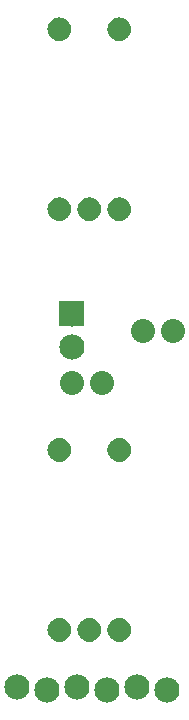
<source format=gts>
G04 MADE WITH FRITZING*
G04 WWW.FRITZING.ORG*
G04 DOUBLE SIDED*
G04 HOLES PLATED*
G04 CONTOUR ON CENTER OF CONTOUR VECTOR*
%ASAXBY*%
%FSLAX23Y23*%
%MOIN*%
%OFA0B0*%
%SFA1.0B1.0*%
%ADD10C,0.080000*%
%ADD11C,0.084000*%
%ADD12R,0.001000X0.001000*%
%LNMASK1*%
G90*
G70*
G54D10*
X508Y1342D03*
X608Y1342D03*
X274Y1170D03*
X374Y1170D03*
G54D11*
X272Y1400D03*
X272Y1290D03*
X272Y1400D03*
X272Y1290D03*
X272Y1400D03*
X272Y1290D03*
X90Y155D03*
X190Y145D03*
X290Y155D03*
X390Y145D03*
X490Y155D03*
X590Y145D03*
G54D12*
X228Y2388D02*
X234Y2388D01*
X427Y2388D02*
X434Y2388D01*
X222Y2387D02*
X239Y2387D01*
X422Y2387D02*
X439Y2387D01*
X219Y2386D02*
X242Y2386D01*
X419Y2386D02*
X442Y2386D01*
X217Y2385D02*
X244Y2385D01*
X417Y2385D02*
X444Y2385D01*
X215Y2384D02*
X246Y2384D01*
X415Y2384D02*
X446Y2384D01*
X213Y2383D02*
X248Y2383D01*
X413Y2383D02*
X448Y2383D01*
X211Y2382D02*
X250Y2382D01*
X411Y2382D02*
X450Y2382D01*
X210Y2381D02*
X251Y2381D01*
X410Y2381D02*
X451Y2381D01*
X209Y2380D02*
X253Y2380D01*
X408Y2380D02*
X453Y2380D01*
X207Y2379D02*
X254Y2379D01*
X407Y2379D02*
X454Y2379D01*
X206Y2378D02*
X255Y2378D01*
X406Y2378D02*
X455Y2378D01*
X205Y2377D02*
X256Y2377D01*
X405Y2377D02*
X456Y2377D01*
X204Y2376D02*
X257Y2376D01*
X404Y2376D02*
X457Y2376D01*
X203Y2375D02*
X258Y2375D01*
X403Y2375D02*
X458Y2375D01*
X202Y2374D02*
X259Y2374D01*
X402Y2374D02*
X459Y2374D01*
X201Y2373D02*
X260Y2373D01*
X401Y2373D02*
X460Y2373D01*
X200Y2372D02*
X261Y2372D01*
X400Y2372D02*
X461Y2372D01*
X200Y2371D02*
X262Y2371D01*
X399Y2371D02*
X462Y2371D01*
X199Y2370D02*
X263Y2370D01*
X399Y2370D02*
X462Y2370D01*
X198Y2369D02*
X263Y2369D01*
X398Y2369D02*
X463Y2369D01*
X197Y2368D02*
X264Y2368D01*
X397Y2368D02*
X464Y2368D01*
X197Y2367D02*
X265Y2367D01*
X397Y2367D02*
X464Y2367D01*
X196Y2366D02*
X265Y2366D01*
X396Y2366D02*
X465Y2366D01*
X196Y2365D02*
X266Y2365D01*
X395Y2365D02*
X465Y2365D01*
X195Y2364D02*
X266Y2364D01*
X395Y2364D02*
X466Y2364D01*
X195Y2363D02*
X267Y2363D01*
X394Y2363D02*
X466Y2363D01*
X194Y2362D02*
X267Y2362D01*
X394Y2362D02*
X467Y2362D01*
X194Y2361D02*
X268Y2361D01*
X394Y2361D02*
X467Y2361D01*
X193Y2360D02*
X268Y2360D01*
X393Y2360D02*
X468Y2360D01*
X193Y2359D02*
X268Y2359D01*
X393Y2359D02*
X468Y2359D01*
X193Y2358D02*
X269Y2358D01*
X393Y2358D02*
X468Y2358D01*
X192Y2357D02*
X269Y2357D01*
X392Y2357D02*
X469Y2357D01*
X192Y2356D02*
X269Y2356D01*
X392Y2356D02*
X469Y2356D01*
X192Y2355D02*
X269Y2355D01*
X392Y2355D02*
X469Y2355D01*
X192Y2354D02*
X270Y2354D01*
X392Y2354D02*
X469Y2354D01*
X192Y2353D02*
X270Y2353D01*
X391Y2353D02*
X470Y2353D01*
X191Y2352D02*
X270Y2352D01*
X391Y2352D02*
X470Y2352D01*
X191Y2351D02*
X270Y2351D01*
X391Y2351D02*
X470Y2351D01*
X191Y2350D02*
X270Y2350D01*
X391Y2350D02*
X470Y2350D01*
X191Y2349D02*
X270Y2349D01*
X391Y2349D02*
X470Y2349D01*
X191Y2348D02*
X270Y2348D01*
X391Y2348D02*
X470Y2348D01*
X191Y2347D02*
X270Y2347D01*
X391Y2347D02*
X470Y2347D01*
X191Y2346D02*
X270Y2346D01*
X391Y2346D02*
X470Y2346D01*
X191Y2345D02*
X270Y2345D01*
X391Y2345D02*
X470Y2345D01*
X192Y2344D02*
X270Y2344D01*
X391Y2344D02*
X470Y2344D01*
X192Y2343D02*
X270Y2343D01*
X391Y2343D02*
X469Y2343D01*
X192Y2342D02*
X269Y2342D01*
X392Y2342D02*
X469Y2342D01*
X192Y2341D02*
X269Y2341D01*
X392Y2341D02*
X469Y2341D01*
X192Y2340D02*
X269Y2340D01*
X392Y2340D02*
X469Y2340D01*
X193Y2339D02*
X269Y2339D01*
X392Y2339D02*
X469Y2339D01*
X193Y2338D02*
X268Y2338D01*
X393Y2338D02*
X468Y2338D01*
X193Y2337D02*
X268Y2337D01*
X393Y2337D02*
X468Y2337D01*
X194Y2336D02*
X268Y2336D01*
X393Y2336D02*
X468Y2336D01*
X194Y2335D02*
X267Y2335D01*
X394Y2335D02*
X467Y2335D01*
X194Y2334D02*
X267Y2334D01*
X394Y2334D02*
X467Y2334D01*
X195Y2333D02*
X266Y2333D01*
X395Y2333D02*
X466Y2333D01*
X195Y2332D02*
X266Y2332D01*
X395Y2332D02*
X466Y2332D01*
X196Y2331D02*
X265Y2331D01*
X396Y2331D02*
X465Y2331D01*
X197Y2330D02*
X265Y2330D01*
X396Y2330D02*
X465Y2330D01*
X197Y2329D02*
X264Y2329D01*
X397Y2329D02*
X464Y2329D01*
X198Y2328D02*
X264Y2328D01*
X398Y2328D02*
X463Y2328D01*
X198Y2327D02*
X263Y2327D01*
X398Y2327D02*
X463Y2327D01*
X199Y2326D02*
X262Y2326D01*
X399Y2326D02*
X462Y2326D01*
X200Y2325D02*
X261Y2325D01*
X400Y2325D02*
X461Y2325D01*
X201Y2324D02*
X261Y2324D01*
X401Y2324D02*
X460Y2324D01*
X202Y2323D02*
X260Y2323D01*
X401Y2323D02*
X460Y2323D01*
X202Y2322D02*
X259Y2322D01*
X402Y2322D02*
X459Y2322D01*
X203Y2321D02*
X258Y2321D01*
X403Y2321D02*
X458Y2321D01*
X204Y2320D02*
X257Y2320D01*
X404Y2320D02*
X457Y2320D01*
X206Y2319D02*
X256Y2319D01*
X405Y2319D02*
X456Y2319D01*
X207Y2318D02*
X255Y2318D01*
X406Y2318D02*
X454Y2318D01*
X208Y2317D02*
X253Y2317D01*
X408Y2317D02*
X453Y2317D01*
X209Y2316D02*
X252Y2316D01*
X409Y2316D02*
X452Y2316D01*
X211Y2315D02*
X251Y2315D01*
X410Y2315D02*
X451Y2315D01*
X212Y2314D02*
X249Y2314D01*
X412Y2314D02*
X449Y2314D01*
X214Y2313D02*
X247Y2313D01*
X414Y2313D02*
X447Y2313D01*
X216Y2312D02*
X246Y2312D01*
X416Y2312D02*
X445Y2312D01*
X218Y2311D02*
X243Y2311D01*
X418Y2311D02*
X443Y2311D01*
X221Y2310D02*
X241Y2310D01*
X421Y2310D02*
X440Y2310D01*
X224Y2309D02*
X237Y2309D01*
X424Y2309D02*
X437Y2309D01*
X226Y1788D02*
X235Y1788D01*
X326Y1788D02*
X335Y1788D01*
X426Y1788D02*
X435Y1788D01*
X222Y1787D02*
X240Y1787D01*
X322Y1787D02*
X340Y1787D01*
X422Y1787D02*
X439Y1787D01*
X219Y1786D02*
X242Y1786D01*
X319Y1786D02*
X342Y1786D01*
X419Y1786D02*
X442Y1786D01*
X217Y1785D02*
X245Y1785D01*
X316Y1785D02*
X345Y1785D01*
X416Y1785D02*
X445Y1785D01*
X215Y1784D02*
X247Y1784D01*
X314Y1784D02*
X347Y1784D01*
X414Y1784D02*
X447Y1784D01*
X213Y1783D02*
X249Y1783D01*
X313Y1783D02*
X349Y1783D01*
X413Y1783D02*
X448Y1783D01*
X211Y1782D02*
X250Y1782D01*
X311Y1782D02*
X350Y1782D01*
X411Y1782D02*
X450Y1782D01*
X210Y1781D02*
X252Y1781D01*
X310Y1781D02*
X352Y1781D01*
X409Y1781D02*
X451Y1781D01*
X208Y1780D02*
X253Y1780D01*
X308Y1780D02*
X353Y1780D01*
X408Y1780D02*
X453Y1780D01*
X207Y1779D02*
X254Y1779D01*
X307Y1779D02*
X354Y1779D01*
X407Y1779D02*
X454Y1779D01*
X206Y1778D02*
X255Y1778D01*
X306Y1778D02*
X355Y1778D01*
X406Y1778D02*
X455Y1778D01*
X205Y1777D02*
X257Y1777D01*
X305Y1777D02*
X356Y1777D01*
X405Y1777D02*
X456Y1777D01*
X204Y1776D02*
X258Y1776D01*
X304Y1776D02*
X358Y1776D01*
X404Y1776D02*
X457Y1776D01*
X203Y1775D02*
X259Y1775D01*
X303Y1775D02*
X358Y1775D01*
X403Y1775D02*
X458Y1775D01*
X202Y1774D02*
X259Y1774D01*
X302Y1774D02*
X359Y1774D01*
X402Y1774D02*
X459Y1774D01*
X201Y1773D02*
X260Y1773D01*
X301Y1773D02*
X360Y1773D01*
X401Y1773D02*
X460Y1773D01*
X200Y1772D02*
X261Y1772D01*
X300Y1772D02*
X361Y1772D01*
X400Y1772D02*
X461Y1772D01*
X199Y1771D02*
X262Y1771D01*
X299Y1771D02*
X362Y1771D01*
X399Y1771D02*
X462Y1771D01*
X199Y1770D02*
X263Y1770D01*
X299Y1770D02*
X363Y1770D01*
X398Y1770D02*
X462Y1770D01*
X198Y1769D02*
X263Y1769D01*
X298Y1769D02*
X363Y1769D01*
X398Y1769D02*
X463Y1769D01*
X197Y1768D02*
X264Y1768D01*
X297Y1768D02*
X364Y1768D01*
X397Y1768D02*
X464Y1768D01*
X197Y1767D02*
X265Y1767D01*
X297Y1767D02*
X365Y1767D01*
X397Y1767D02*
X464Y1767D01*
X196Y1766D02*
X265Y1766D01*
X296Y1766D02*
X365Y1766D01*
X396Y1766D02*
X465Y1766D01*
X196Y1765D02*
X266Y1765D01*
X295Y1765D02*
X366Y1765D01*
X395Y1765D02*
X466Y1765D01*
X195Y1764D02*
X266Y1764D01*
X295Y1764D02*
X366Y1764D01*
X395Y1764D02*
X466Y1764D01*
X195Y1763D02*
X267Y1763D01*
X294Y1763D02*
X367Y1763D01*
X394Y1763D02*
X467Y1763D01*
X194Y1762D02*
X267Y1762D01*
X294Y1762D02*
X367Y1762D01*
X394Y1762D02*
X467Y1762D01*
X194Y1761D02*
X268Y1761D01*
X294Y1761D02*
X368Y1761D01*
X394Y1761D02*
X467Y1761D01*
X193Y1760D02*
X268Y1760D01*
X293Y1760D02*
X368Y1760D01*
X393Y1760D02*
X468Y1760D01*
X193Y1759D02*
X268Y1759D01*
X293Y1759D02*
X368Y1759D01*
X393Y1759D02*
X468Y1759D01*
X193Y1758D02*
X269Y1758D01*
X293Y1758D02*
X369Y1758D01*
X392Y1758D02*
X468Y1758D01*
X192Y1757D02*
X269Y1757D01*
X292Y1757D02*
X369Y1757D01*
X392Y1757D02*
X469Y1757D01*
X192Y1756D02*
X269Y1756D01*
X292Y1756D02*
X369Y1756D01*
X392Y1756D02*
X469Y1756D01*
X192Y1755D02*
X269Y1755D01*
X292Y1755D02*
X369Y1755D01*
X392Y1755D02*
X469Y1755D01*
X192Y1754D02*
X270Y1754D01*
X292Y1754D02*
X370Y1754D01*
X392Y1754D02*
X469Y1754D01*
X192Y1753D02*
X270Y1753D01*
X291Y1753D02*
X370Y1753D01*
X391Y1753D02*
X470Y1753D01*
X191Y1752D02*
X270Y1752D01*
X291Y1752D02*
X370Y1752D01*
X391Y1752D02*
X470Y1752D01*
X191Y1751D02*
X270Y1751D01*
X291Y1751D02*
X370Y1751D01*
X391Y1751D02*
X470Y1751D01*
X191Y1750D02*
X270Y1750D01*
X291Y1750D02*
X370Y1750D01*
X391Y1750D02*
X470Y1750D01*
X191Y1749D02*
X270Y1749D01*
X291Y1749D02*
X370Y1749D01*
X391Y1749D02*
X470Y1749D01*
X191Y1748D02*
X270Y1748D01*
X291Y1748D02*
X370Y1748D01*
X391Y1748D02*
X470Y1748D01*
X191Y1747D02*
X270Y1747D01*
X291Y1747D02*
X370Y1747D01*
X391Y1747D02*
X470Y1747D01*
X191Y1746D02*
X270Y1746D01*
X291Y1746D02*
X370Y1746D01*
X391Y1746D02*
X470Y1746D01*
X191Y1745D02*
X270Y1745D01*
X291Y1745D02*
X370Y1745D01*
X391Y1745D02*
X470Y1745D01*
X192Y1744D02*
X270Y1744D01*
X291Y1744D02*
X370Y1744D01*
X391Y1744D02*
X470Y1744D01*
X192Y1743D02*
X270Y1743D01*
X292Y1743D02*
X370Y1743D01*
X392Y1743D02*
X469Y1743D01*
X192Y1742D02*
X269Y1742D01*
X292Y1742D02*
X369Y1742D01*
X392Y1742D02*
X469Y1742D01*
X192Y1741D02*
X269Y1741D01*
X292Y1741D02*
X369Y1741D01*
X392Y1741D02*
X469Y1741D01*
X192Y1740D02*
X269Y1740D01*
X292Y1740D02*
X369Y1740D01*
X392Y1740D02*
X469Y1740D01*
X193Y1739D02*
X269Y1739D01*
X293Y1739D02*
X369Y1739D01*
X392Y1739D02*
X469Y1739D01*
X193Y1738D02*
X268Y1738D01*
X293Y1738D02*
X368Y1738D01*
X393Y1738D02*
X468Y1738D01*
X193Y1737D02*
X268Y1737D01*
X293Y1737D02*
X368Y1737D01*
X393Y1737D02*
X468Y1737D01*
X194Y1736D02*
X268Y1736D01*
X294Y1736D02*
X368Y1736D01*
X393Y1736D02*
X467Y1736D01*
X194Y1735D02*
X267Y1735D01*
X294Y1735D02*
X367Y1735D01*
X394Y1735D02*
X467Y1735D01*
X195Y1734D02*
X267Y1734D01*
X294Y1734D02*
X367Y1734D01*
X394Y1734D02*
X467Y1734D01*
X195Y1733D02*
X266Y1733D01*
X295Y1733D02*
X366Y1733D01*
X395Y1733D02*
X466Y1733D01*
X196Y1732D02*
X266Y1732D01*
X295Y1732D02*
X366Y1732D01*
X395Y1732D02*
X466Y1732D01*
X196Y1731D02*
X265Y1731D01*
X296Y1731D02*
X365Y1731D01*
X396Y1731D02*
X465Y1731D01*
X197Y1730D02*
X265Y1730D01*
X297Y1730D02*
X365Y1730D01*
X396Y1730D02*
X465Y1730D01*
X197Y1729D02*
X264Y1729D01*
X297Y1729D02*
X364Y1729D01*
X397Y1729D02*
X464Y1729D01*
X198Y1728D02*
X263Y1728D01*
X298Y1728D02*
X363Y1728D01*
X398Y1728D02*
X463Y1728D01*
X199Y1727D02*
X263Y1727D01*
X298Y1727D02*
X363Y1727D01*
X398Y1727D02*
X463Y1727D01*
X199Y1726D02*
X262Y1726D01*
X299Y1726D02*
X362Y1726D01*
X399Y1726D02*
X462Y1726D01*
X200Y1725D02*
X261Y1725D01*
X300Y1725D02*
X361Y1725D01*
X400Y1725D02*
X461Y1725D01*
X201Y1724D02*
X260Y1724D01*
X301Y1724D02*
X360Y1724D01*
X401Y1724D02*
X460Y1724D01*
X202Y1723D02*
X260Y1723D01*
X302Y1723D02*
X359Y1723D01*
X402Y1723D02*
X459Y1723D01*
X203Y1722D02*
X259Y1722D01*
X303Y1722D02*
X359Y1722D01*
X402Y1722D02*
X458Y1722D01*
X204Y1721D02*
X258Y1721D01*
X304Y1721D02*
X358Y1721D01*
X403Y1721D02*
X458Y1721D01*
X205Y1720D02*
X257Y1720D01*
X305Y1720D02*
X357Y1720D01*
X404Y1720D02*
X456Y1720D01*
X206Y1719D02*
X256Y1719D01*
X306Y1719D02*
X355Y1719D01*
X406Y1719D02*
X455Y1719D01*
X207Y1718D02*
X254Y1718D01*
X307Y1718D02*
X354Y1718D01*
X407Y1718D02*
X454Y1718D01*
X208Y1717D02*
X253Y1717D01*
X308Y1717D02*
X353Y1717D01*
X408Y1717D02*
X453Y1717D01*
X210Y1716D02*
X252Y1716D01*
X309Y1716D02*
X352Y1716D01*
X409Y1716D02*
X452Y1716D01*
X211Y1715D02*
X250Y1715D01*
X311Y1715D02*
X350Y1715D01*
X411Y1715D02*
X450Y1715D01*
X213Y1714D02*
X249Y1714D01*
X312Y1714D02*
X349Y1714D01*
X412Y1714D02*
X449Y1714D01*
X214Y1713D02*
X247Y1713D01*
X314Y1713D02*
X347Y1713D01*
X414Y1713D02*
X447Y1713D01*
X216Y1712D02*
X245Y1712D01*
X316Y1712D02*
X345Y1712D01*
X416Y1712D02*
X445Y1712D01*
X219Y1711D02*
X243Y1711D01*
X318Y1711D02*
X343Y1711D01*
X418Y1711D02*
X443Y1711D01*
X221Y1710D02*
X240Y1710D01*
X321Y1710D02*
X340Y1710D01*
X421Y1710D02*
X440Y1710D01*
X225Y1709D02*
X236Y1709D01*
X325Y1709D02*
X336Y1709D01*
X425Y1709D02*
X436Y1709D01*
X230Y1443D02*
X312Y1443D01*
X230Y1442D02*
X312Y1442D01*
X230Y1441D02*
X312Y1441D01*
X230Y1440D02*
X312Y1440D01*
X230Y1439D02*
X312Y1439D01*
X230Y1438D02*
X312Y1438D01*
X230Y1437D02*
X312Y1437D01*
X230Y1436D02*
X312Y1436D01*
X230Y1435D02*
X312Y1435D01*
X230Y1434D02*
X312Y1434D01*
X230Y1433D02*
X312Y1433D01*
X230Y1432D02*
X312Y1432D01*
X230Y1431D02*
X312Y1431D01*
X230Y1430D02*
X312Y1430D01*
X230Y1429D02*
X312Y1429D01*
X230Y1428D02*
X312Y1428D01*
X230Y1427D02*
X312Y1427D01*
X230Y1426D02*
X312Y1426D01*
X230Y1425D02*
X312Y1425D01*
X230Y1424D02*
X312Y1424D01*
X230Y1423D02*
X312Y1423D01*
X230Y1422D02*
X312Y1422D01*
X230Y1421D02*
X312Y1421D01*
X230Y1420D02*
X312Y1420D01*
X230Y1419D02*
X312Y1419D01*
X230Y1418D02*
X312Y1418D01*
X230Y1417D02*
X312Y1417D01*
X230Y1416D02*
X267Y1416D01*
X275Y1416D02*
X312Y1416D01*
X230Y1415D02*
X264Y1415D01*
X278Y1415D02*
X312Y1415D01*
X230Y1414D02*
X262Y1414D01*
X280Y1414D02*
X312Y1414D01*
X230Y1413D02*
X261Y1413D01*
X281Y1413D02*
X312Y1413D01*
X230Y1412D02*
X259Y1412D01*
X282Y1412D02*
X312Y1412D01*
X230Y1411D02*
X259Y1411D01*
X283Y1411D02*
X312Y1411D01*
X230Y1410D02*
X258Y1410D01*
X284Y1410D02*
X312Y1410D01*
X230Y1409D02*
X257Y1409D01*
X285Y1409D02*
X312Y1409D01*
X230Y1408D02*
X257Y1408D01*
X285Y1408D02*
X312Y1408D01*
X230Y1407D02*
X256Y1407D01*
X286Y1407D02*
X312Y1407D01*
X230Y1406D02*
X256Y1406D01*
X286Y1406D02*
X312Y1406D01*
X230Y1405D02*
X256Y1405D01*
X286Y1405D02*
X312Y1405D01*
X230Y1404D02*
X256Y1404D01*
X286Y1404D02*
X312Y1404D01*
X230Y1403D02*
X256Y1403D01*
X286Y1403D02*
X312Y1403D01*
X230Y1402D02*
X255Y1402D01*
X286Y1402D02*
X312Y1402D01*
X230Y1401D02*
X255Y1401D01*
X286Y1401D02*
X312Y1401D01*
X230Y1400D02*
X256Y1400D01*
X286Y1400D02*
X312Y1400D01*
X230Y1399D02*
X256Y1399D01*
X286Y1399D02*
X312Y1399D01*
X230Y1398D02*
X256Y1398D01*
X286Y1398D02*
X312Y1398D01*
X230Y1397D02*
X256Y1397D01*
X286Y1397D02*
X312Y1397D01*
X230Y1396D02*
X256Y1396D01*
X286Y1396D02*
X312Y1396D01*
X230Y1395D02*
X257Y1395D01*
X285Y1395D02*
X312Y1395D01*
X230Y1394D02*
X257Y1394D01*
X285Y1394D02*
X312Y1394D01*
X230Y1393D02*
X258Y1393D01*
X284Y1393D02*
X312Y1393D01*
X230Y1392D02*
X258Y1392D01*
X284Y1392D02*
X312Y1392D01*
X230Y1391D02*
X259Y1391D01*
X283Y1391D02*
X312Y1391D01*
X230Y1390D02*
X260Y1390D01*
X282Y1390D02*
X312Y1390D01*
X230Y1389D02*
X261Y1389D01*
X281Y1389D02*
X312Y1389D01*
X230Y1388D02*
X263Y1388D01*
X279Y1388D02*
X312Y1388D01*
X230Y1387D02*
X265Y1387D01*
X277Y1387D02*
X312Y1387D01*
X230Y1386D02*
X312Y1386D01*
X230Y1385D02*
X312Y1385D01*
X230Y1384D02*
X312Y1384D01*
X230Y1383D02*
X312Y1383D01*
X230Y1382D02*
X312Y1382D01*
X230Y1381D02*
X312Y1381D01*
X230Y1380D02*
X312Y1380D01*
X230Y1379D02*
X312Y1379D01*
X230Y1378D02*
X312Y1378D01*
X230Y1377D02*
X312Y1377D01*
X230Y1376D02*
X312Y1376D01*
X230Y1375D02*
X312Y1375D01*
X230Y1374D02*
X312Y1374D01*
X230Y1373D02*
X312Y1373D01*
X230Y1372D02*
X312Y1372D01*
X230Y1371D02*
X312Y1371D01*
X230Y1370D02*
X312Y1370D01*
X230Y1369D02*
X312Y1369D01*
X230Y1368D02*
X312Y1368D01*
X230Y1367D02*
X312Y1367D01*
X230Y1366D02*
X312Y1366D01*
X230Y1365D02*
X312Y1365D01*
X230Y1364D02*
X312Y1364D01*
X230Y1363D02*
X312Y1363D01*
X230Y1362D02*
X312Y1362D01*
X230Y1361D02*
X312Y1361D01*
X230Y1360D02*
X312Y1360D01*
X223Y985D02*
X238Y985D01*
X423Y985D02*
X438Y985D01*
X220Y984D02*
X241Y984D01*
X420Y984D02*
X441Y984D01*
X218Y983D02*
X244Y983D01*
X417Y983D02*
X444Y983D01*
X215Y982D02*
X246Y982D01*
X415Y982D02*
X446Y982D01*
X214Y981D02*
X248Y981D01*
X413Y981D02*
X448Y981D01*
X212Y980D02*
X249Y980D01*
X412Y980D02*
X449Y980D01*
X210Y979D02*
X251Y979D01*
X410Y979D02*
X451Y979D01*
X209Y978D02*
X252Y978D01*
X409Y978D02*
X452Y978D01*
X208Y977D02*
X254Y977D01*
X407Y977D02*
X454Y977D01*
X206Y976D02*
X255Y976D01*
X406Y976D02*
X455Y976D01*
X205Y975D02*
X256Y975D01*
X405Y975D02*
X456Y975D01*
X204Y974D02*
X257Y974D01*
X404Y974D02*
X457Y974D01*
X203Y973D02*
X258Y973D01*
X403Y973D02*
X458Y973D01*
X202Y972D02*
X259Y972D01*
X402Y972D02*
X459Y972D01*
X201Y971D02*
X260Y971D01*
X401Y971D02*
X460Y971D01*
X201Y970D02*
X261Y970D01*
X400Y970D02*
X461Y970D01*
X200Y969D02*
X262Y969D01*
X400Y969D02*
X461Y969D01*
X199Y968D02*
X262Y968D01*
X399Y968D02*
X462Y968D01*
X198Y967D02*
X263Y967D01*
X398Y967D02*
X463Y967D01*
X198Y966D02*
X264Y966D01*
X397Y966D02*
X464Y966D01*
X197Y965D02*
X264Y965D01*
X397Y965D02*
X464Y965D01*
X196Y964D02*
X265Y964D01*
X396Y964D02*
X465Y964D01*
X196Y963D02*
X266Y963D01*
X396Y963D02*
X465Y963D01*
X195Y962D02*
X266Y962D01*
X395Y962D02*
X466Y962D01*
X195Y961D02*
X267Y961D01*
X395Y961D02*
X466Y961D01*
X194Y960D02*
X267Y960D01*
X394Y960D02*
X467Y960D01*
X194Y959D02*
X267Y959D01*
X394Y959D02*
X467Y959D01*
X194Y958D02*
X268Y958D01*
X393Y958D02*
X468Y958D01*
X193Y957D02*
X268Y957D01*
X393Y957D02*
X468Y957D01*
X193Y956D02*
X269Y956D01*
X393Y956D02*
X468Y956D01*
X193Y955D02*
X269Y955D01*
X392Y955D02*
X469Y955D01*
X192Y954D02*
X269Y954D01*
X392Y954D02*
X469Y954D01*
X192Y953D02*
X269Y953D01*
X392Y953D02*
X469Y953D01*
X192Y952D02*
X270Y952D01*
X392Y952D02*
X469Y952D01*
X192Y951D02*
X270Y951D01*
X391Y951D02*
X470Y951D01*
X191Y950D02*
X270Y950D01*
X391Y950D02*
X470Y950D01*
X191Y949D02*
X270Y949D01*
X391Y949D02*
X470Y949D01*
X191Y948D02*
X270Y948D01*
X391Y948D02*
X470Y948D01*
X191Y947D02*
X270Y947D01*
X391Y947D02*
X470Y947D01*
X191Y946D02*
X270Y946D01*
X391Y946D02*
X470Y946D01*
X191Y945D02*
X270Y945D01*
X391Y945D02*
X470Y945D01*
X191Y944D02*
X270Y944D01*
X391Y944D02*
X470Y944D01*
X191Y943D02*
X270Y943D01*
X391Y943D02*
X470Y943D01*
X191Y942D02*
X270Y942D01*
X391Y942D02*
X470Y942D01*
X192Y941D02*
X270Y941D01*
X391Y941D02*
X470Y941D01*
X192Y940D02*
X270Y940D01*
X392Y940D02*
X469Y940D01*
X192Y939D02*
X269Y939D01*
X392Y939D02*
X469Y939D01*
X192Y938D02*
X269Y938D01*
X392Y938D02*
X469Y938D01*
X193Y937D02*
X269Y937D01*
X392Y937D02*
X469Y937D01*
X193Y936D02*
X269Y936D01*
X393Y936D02*
X468Y936D01*
X193Y935D02*
X268Y935D01*
X393Y935D02*
X468Y935D01*
X193Y934D02*
X268Y934D01*
X393Y934D02*
X468Y934D01*
X194Y933D02*
X267Y933D01*
X394Y933D02*
X467Y933D01*
X194Y932D02*
X267Y932D01*
X394Y932D02*
X467Y932D01*
X195Y931D02*
X267Y931D01*
X395Y931D02*
X466Y931D01*
X195Y930D02*
X266Y930D01*
X395Y930D02*
X466Y930D01*
X196Y929D02*
X266Y929D01*
X396Y929D02*
X465Y929D01*
X196Y928D02*
X265Y928D01*
X396Y928D02*
X465Y928D01*
X197Y927D02*
X264Y927D01*
X397Y927D02*
X464Y927D01*
X198Y926D02*
X264Y926D01*
X397Y926D02*
X464Y926D01*
X198Y925D02*
X263Y925D01*
X398Y925D02*
X463Y925D01*
X199Y924D02*
X262Y924D01*
X399Y924D02*
X462Y924D01*
X200Y923D02*
X262Y923D01*
X400Y923D02*
X461Y923D01*
X201Y922D02*
X261Y922D01*
X400Y922D02*
X461Y922D01*
X201Y921D02*
X260Y921D01*
X401Y921D02*
X460Y921D01*
X202Y920D02*
X259Y920D01*
X402Y920D02*
X459Y920D01*
X203Y919D02*
X258Y919D01*
X403Y919D02*
X458Y919D01*
X204Y918D02*
X257Y918D01*
X404Y918D02*
X457Y918D01*
X205Y917D02*
X256Y917D01*
X405Y917D02*
X456Y917D01*
X206Y916D02*
X255Y916D01*
X406Y916D02*
X455Y916D01*
X208Y915D02*
X254Y915D01*
X407Y915D02*
X454Y915D01*
X209Y914D02*
X252Y914D01*
X409Y914D02*
X452Y914D01*
X210Y913D02*
X251Y913D01*
X410Y913D02*
X451Y913D01*
X212Y912D02*
X250Y912D01*
X412Y912D02*
X449Y912D01*
X213Y911D02*
X248Y911D01*
X413Y911D02*
X448Y911D01*
X215Y910D02*
X246Y910D01*
X415Y910D02*
X446Y910D01*
X217Y909D02*
X244Y909D01*
X417Y909D02*
X444Y909D01*
X220Y908D02*
X241Y908D01*
X420Y908D02*
X441Y908D01*
X223Y907D02*
X238Y907D01*
X423Y907D02*
X438Y907D01*
X230Y906D02*
X232Y906D01*
X430Y906D02*
X431Y906D01*
X228Y386D02*
X233Y386D01*
X328Y386D02*
X333Y386D01*
X428Y386D02*
X433Y386D01*
X223Y385D02*
X239Y385D01*
X323Y385D02*
X339Y385D01*
X422Y385D02*
X439Y385D01*
X220Y384D02*
X242Y384D01*
X319Y384D02*
X342Y384D01*
X419Y384D02*
X442Y384D01*
X217Y383D02*
X244Y383D01*
X317Y383D02*
X344Y383D01*
X417Y383D02*
X444Y383D01*
X215Y382D02*
X246Y382D01*
X315Y382D02*
X346Y382D01*
X415Y382D02*
X446Y382D01*
X213Y381D02*
X248Y381D01*
X313Y381D02*
X348Y381D01*
X413Y381D02*
X448Y381D01*
X212Y380D02*
X250Y380D01*
X311Y380D02*
X350Y380D01*
X411Y380D02*
X450Y380D01*
X210Y379D02*
X251Y379D01*
X310Y379D02*
X351Y379D01*
X410Y379D02*
X451Y379D01*
X209Y378D02*
X253Y378D01*
X309Y378D02*
X353Y378D01*
X408Y378D02*
X453Y378D01*
X207Y377D02*
X254Y377D01*
X307Y377D02*
X354Y377D01*
X407Y377D02*
X454Y377D01*
X206Y376D02*
X255Y376D01*
X306Y376D02*
X355Y376D01*
X406Y376D02*
X455Y376D01*
X205Y375D02*
X256Y375D01*
X305Y375D02*
X356Y375D01*
X405Y375D02*
X456Y375D01*
X204Y374D02*
X257Y374D01*
X304Y374D02*
X357Y374D01*
X404Y374D02*
X457Y374D01*
X203Y373D02*
X258Y373D01*
X303Y373D02*
X358Y373D01*
X403Y373D02*
X458Y373D01*
X202Y372D02*
X259Y372D01*
X302Y372D02*
X359Y372D01*
X402Y372D02*
X459Y372D01*
X201Y371D02*
X260Y371D01*
X301Y371D02*
X360Y371D01*
X401Y371D02*
X460Y371D01*
X200Y370D02*
X261Y370D01*
X300Y370D02*
X361Y370D01*
X400Y370D02*
X461Y370D01*
X200Y369D02*
X262Y369D01*
X299Y369D02*
X362Y369D01*
X399Y369D02*
X462Y369D01*
X199Y368D02*
X262Y368D01*
X299Y368D02*
X362Y368D01*
X399Y368D02*
X462Y368D01*
X198Y367D02*
X263Y367D01*
X298Y367D02*
X363Y367D01*
X398Y367D02*
X463Y367D01*
X197Y366D02*
X264Y366D01*
X297Y366D02*
X364Y366D01*
X397Y366D02*
X464Y366D01*
X197Y365D02*
X264Y365D01*
X297Y365D02*
X364Y365D01*
X397Y365D02*
X464Y365D01*
X196Y364D02*
X265Y364D01*
X296Y364D02*
X365Y364D01*
X396Y364D02*
X465Y364D01*
X196Y363D02*
X266Y363D01*
X296Y363D02*
X366Y363D01*
X396Y363D02*
X465Y363D01*
X195Y362D02*
X266Y362D01*
X295Y362D02*
X366Y362D01*
X395Y362D02*
X466Y362D01*
X195Y361D02*
X267Y361D01*
X295Y361D02*
X367Y361D01*
X395Y361D02*
X466Y361D01*
X194Y360D02*
X267Y360D01*
X294Y360D02*
X367Y360D01*
X394Y360D02*
X467Y360D01*
X194Y359D02*
X268Y359D01*
X294Y359D02*
X367Y359D01*
X394Y359D02*
X467Y359D01*
X193Y358D02*
X268Y358D01*
X293Y358D02*
X368Y358D01*
X393Y358D02*
X468Y358D01*
X193Y357D02*
X268Y357D01*
X293Y357D02*
X368Y357D01*
X393Y357D02*
X468Y357D01*
X193Y356D02*
X269Y356D01*
X293Y356D02*
X368Y356D01*
X393Y356D02*
X468Y356D01*
X192Y355D02*
X269Y355D01*
X292Y355D02*
X369Y355D01*
X392Y355D02*
X469Y355D01*
X192Y354D02*
X269Y354D01*
X292Y354D02*
X369Y354D01*
X392Y354D02*
X469Y354D01*
X192Y353D02*
X269Y353D01*
X292Y353D02*
X369Y353D01*
X392Y353D02*
X469Y353D01*
X192Y352D02*
X270Y352D01*
X292Y352D02*
X369Y352D01*
X392Y352D02*
X469Y352D01*
X192Y351D02*
X270Y351D01*
X291Y351D02*
X370Y351D01*
X391Y351D02*
X470Y351D01*
X191Y350D02*
X270Y350D01*
X291Y350D02*
X370Y350D01*
X391Y350D02*
X470Y350D01*
X191Y349D02*
X270Y349D01*
X291Y349D02*
X370Y349D01*
X391Y349D02*
X470Y349D01*
X191Y348D02*
X270Y348D01*
X291Y348D02*
X370Y348D01*
X391Y348D02*
X470Y348D01*
X191Y347D02*
X270Y347D01*
X291Y347D02*
X370Y347D01*
X391Y347D02*
X470Y347D01*
X191Y346D02*
X270Y346D01*
X291Y346D02*
X370Y346D01*
X391Y346D02*
X470Y346D01*
X191Y345D02*
X270Y345D01*
X291Y345D02*
X370Y345D01*
X391Y345D02*
X470Y345D01*
X191Y344D02*
X270Y344D01*
X291Y344D02*
X370Y344D01*
X391Y344D02*
X470Y344D01*
X191Y343D02*
X270Y343D01*
X291Y343D02*
X370Y343D01*
X391Y343D02*
X470Y343D01*
X191Y342D02*
X270Y342D01*
X291Y342D02*
X370Y342D01*
X391Y342D02*
X470Y342D01*
X192Y341D02*
X270Y341D01*
X292Y341D02*
X370Y341D01*
X391Y341D02*
X470Y341D01*
X192Y340D02*
X270Y340D01*
X292Y340D02*
X369Y340D01*
X392Y340D02*
X469Y340D01*
X192Y339D02*
X269Y339D01*
X292Y339D02*
X369Y339D01*
X392Y339D02*
X469Y339D01*
X192Y338D02*
X269Y338D01*
X292Y338D02*
X369Y338D01*
X392Y338D02*
X469Y338D01*
X193Y337D02*
X269Y337D01*
X292Y337D02*
X369Y337D01*
X392Y337D02*
X469Y337D01*
X193Y336D02*
X268Y336D01*
X293Y336D02*
X368Y336D01*
X393Y336D02*
X468Y336D01*
X193Y335D02*
X268Y335D01*
X293Y335D02*
X368Y335D01*
X393Y335D02*
X468Y335D01*
X194Y334D02*
X268Y334D01*
X293Y334D02*
X368Y334D01*
X393Y334D02*
X468Y334D01*
X194Y333D02*
X267Y333D01*
X294Y333D02*
X367Y333D01*
X394Y333D02*
X467Y333D01*
X194Y332D02*
X267Y332D01*
X294Y332D02*
X367Y332D01*
X394Y332D02*
X467Y332D01*
X195Y331D02*
X266Y331D01*
X295Y331D02*
X366Y331D01*
X395Y331D02*
X466Y331D01*
X195Y330D02*
X266Y330D01*
X295Y330D02*
X366Y330D01*
X395Y330D02*
X466Y330D01*
X196Y329D02*
X265Y329D01*
X296Y329D02*
X365Y329D01*
X396Y329D02*
X465Y329D01*
X196Y328D02*
X265Y328D01*
X296Y328D02*
X365Y328D01*
X396Y328D02*
X465Y328D01*
X197Y327D02*
X264Y327D01*
X297Y327D02*
X364Y327D01*
X397Y327D02*
X464Y327D01*
X198Y326D02*
X264Y326D01*
X298Y326D02*
X364Y326D01*
X398Y326D02*
X463Y326D01*
X198Y325D02*
X263Y325D01*
X298Y325D02*
X363Y325D01*
X398Y325D02*
X463Y325D01*
X199Y324D02*
X262Y324D01*
X299Y324D02*
X362Y324D01*
X399Y324D02*
X462Y324D01*
X200Y323D02*
X261Y323D01*
X300Y323D02*
X361Y323D01*
X400Y323D02*
X461Y323D01*
X201Y322D02*
X261Y322D01*
X301Y322D02*
X361Y322D01*
X400Y322D02*
X460Y322D01*
X202Y321D02*
X260Y321D01*
X301Y321D02*
X360Y321D01*
X401Y321D02*
X460Y321D01*
X202Y320D02*
X259Y320D01*
X302Y320D02*
X359Y320D01*
X402Y320D02*
X459Y320D01*
X203Y319D02*
X258Y319D01*
X303Y319D02*
X358Y319D01*
X403Y319D02*
X458Y319D01*
X204Y318D02*
X257Y318D01*
X304Y318D02*
X357Y318D01*
X404Y318D02*
X457Y318D01*
X205Y317D02*
X256Y317D01*
X305Y317D02*
X356Y317D01*
X405Y317D02*
X456Y317D01*
X207Y316D02*
X255Y316D01*
X307Y316D02*
X355Y316D01*
X406Y316D02*
X455Y316D01*
X208Y315D02*
X254Y315D01*
X308Y315D02*
X353Y315D01*
X408Y315D02*
X453Y315D01*
X209Y314D02*
X252Y314D01*
X309Y314D02*
X352Y314D01*
X409Y314D02*
X452Y314D01*
X211Y313D02*
X251Y313D01*
X310Y313D02*
X351Y313D01*
X410Y313D02*
X451Y313D01*
X212Y312D02*
X249Y312D01*
X312Y312D02*
X349Y312D01*
X412Y312D02*
X449Y312D01*
X214Y311D02*
X248Y311D01*
X314Y311D02*
X347Y311D01*
X414Y311D02*
X447Y311D01*
X216Y310D02*
X246Y310D01*
X316Y310D02*
X346Y310D01*
X416Y310D02*
X445Y310D01*
X218Y309D02*
X243Y309D01*
X318Y309D02*
X343Y309D01*
X418Y309D02*
X443Y309D01*
X221Y308D02*
X241Y308D01*
X320Y308D02*
X341Y308D01*
X420Y308D02*
X441Y308D01*
X224Y307D02*
X237Y307D01*
X324Y307D02*
X337Y307D01*
X424Y307D02*
X437Y307D01*
D02*
G04 End of Mask1*
M02*
</source>
